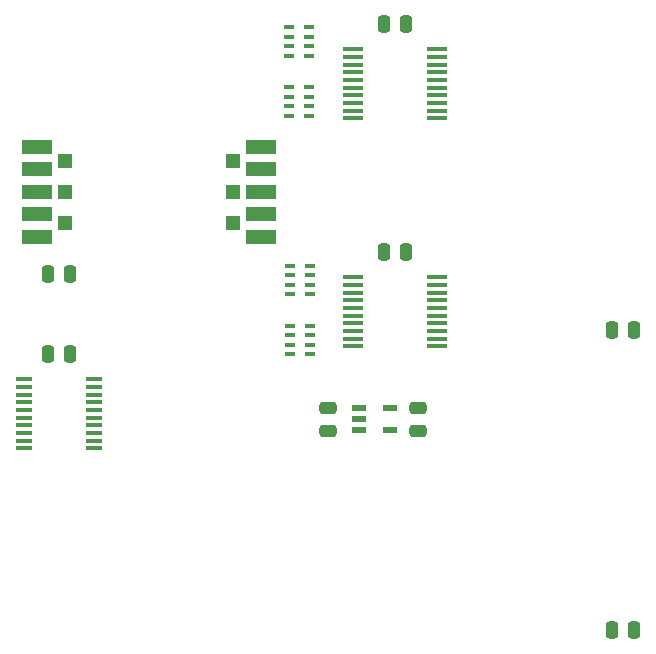
<source format=gtp>
%TF.GenerationSoftware,KiCad,Pcbnew,8.0.7*%
%TF.CreationDate,2025-02-08T22:14:50+02:00*%
%TF.ProjectId,LED Digit Tester,4c454420-4469-4676-9974-205465737465,V0*%
%TF.SameCoordinates,Original*%
%TF.FileFunction,Paste,Top*%
%TF.FilePolarity,Positive*%
%FSLAX46Y46*%
G04 Gerber Fmt 4.6, Leading zero omitted, Abs format (unit mm)*
G04 Created by KiCad (PCBNEW 8.0.7) date 2025-02-08 22:14:50*
%MOMM*%
%LPD*%
G01*
G04 APERTURE LIST*
G04 Aperture macros list*
%AMRoundRect*
0 Rectangle with rounded corners*
0 $1 Rounding radius*
0 $2 $3 $4 $5 $6 $7 $8 $9 X,Y pos of 4 corners*
0 Add a 4 corners polygon primitive as box body*
4,1,4,$2,$3,$4,$5,$6,$7,$8,$9,$2,$3,0*
0 Add four circle primitives for the rounded corners*
1,1,$1+$1,$2,$3*
1,1,$1+$1,$4,$5*
1,1,$1+$1,$6,$7*
1,1,$1+$1,$8,$9*
0 Add four rect primitives between the rounded corners*
20,1,$1+$1,$2,$3,$4,$5,0*
20,1,$1+$1,$4,$5,$6,$7,0*
20,1,$1+$1,$6,$7,$8,$9,0*
20,1,$1+$1,$8,$9,$2,$3,0*%
G04 Aperture macros list end*
%ADD10R,1.800000X0.450000*%
%ADD11R,0.900000X0.450000*%
%ADD12RoundRect,0.250000X0.250000X0.475000X-0.250000X0.475000X-0.250000X-0.475000X0.250000X-0.475000X0*%
%ADD13RoundRect,0.250000X0.475000X-0.250000X0.475000X0.250000X-0.475000X0.250000X-0.475000X-0.250000X0*%
%ADD14R,2.500000X1.200000*%
%ADD15R,1.300000X1.300000*%
%ADD16R,1.150000X0.600000*%
%ADD17RoundRect,0.250000X-0.250000X-0.475000X0.250000X-0.475000X0.250000X0.475000X-0.250000X0.475000X0*%
%ADD18R,1.475000X0.450000*%
G04 APERTURE END LIST*
D10*
%TO.C,IC2*%
X26678000Y24387000D03*
X26678000Y23737000D03*
X26678000Y23087000D03*
X26678000Y22437000D03*
X26678000Y21787000D03*
X26678000Y21137000D03*
X26678000Y20487000D03*
X26678000Y19837000D03*
X26678000Y19187000D03*
X26678000Y18537000D03*
X33778000Y18537000D03*
X33778000Y19187000D03*
X33778000Y19837000D03*
X33778000Y20487000D03*
X33778000Y21137000D03*
X33778000Y21787000D03*
X33778000Y22437000D03*
X33778000Y23087000D03*
X33778000Y23737000D03*
X33778000Y24387000D03*
%TD*%
D11*
%TO.C,RN4*%
X21250000Y45541200D03*
X21250000Y44741200D03*
X21250000Y43941200D03*
X21250000Y43141200D03*
X22950000Y43141200D03*
X22950000Y43941200D03*
X22950000Y44741200D03*
X22950000Y45541200D03*
%TD*%
%TO.C,RN2*%
X21328000Y25348000D03*
X21328000Y24548000D03*
X21328000Y23748000D03*
X21328000Y22948000D03*
X23028000Y22948000D03*
X23028000Y23748000D03*
X23028000Y24548000D03*
X23028000Y25348000D03*
%TD*%
D12*
%TO.C,C5*%
X2712000Y24638000D03*
X812000Y24638000D03*
%TD*%
D13*
%TO.C,C6*%
X24584000Y11382000D03*
X24584000Y13282000D03*
%TD*%
D14*
%TO.C,DS1*%
X18900000Y27822000D03*
X18900000Y29722000D03*
X18900000Y31622000D03*
X18900000Y33522000D03*
X18900000Y35422000D03*
D15*
X16500000Y34222000D03*
X16500000Y31622000D03*
X16500000Y29022000D03*
X2300000Y29022000D03*
X2300000Y31622000D03*
X2300000Y34222000D03*
D14*
X-100000Y35422000D03*
X-100000Y33522000D03*
X-100000Y31622000D03*
X-100000Y29722000D03*
X-100000Y27822000D03*
%TD*%
D13*
%TO.C,C7*%
X32204000Y11382000D03*
X32204000Y13282000D03*
%TD*%
D16*
%TO.C,IC5*%
X27180000Y13334000D03*
X27180000Y12384000D03*
X27180000Y11434000D03*
X29780000Y11434000D03*
X29780000Y13334000D03*
%TD*%
D12*
%TO.C,C4*%
X31162000Y45816000D03*
X29262000Y45816000D03*
%TD*%
D10*
%TO.C,IC4*%
X26678000Y43691000D03*
X26678000Y43041000D03*
X26678000Y42391000D03*
X26678000Y41741000D03*
X26678000Y41091000D03*
X26678000Y40441000D03*
X26678000Y39791000D03*
X26678000Y39141000D03*
X26678000Y38491000D03*
X26678000Y37841000D03*
X33778000Y37841000D03*
X33778000Y38491000D03*
X33778000Y39141000D03*
X33778000Y39791000D03*
X33778000Y40441000D03*
X33778000Y41091000D03*
X33778000Y41741000D03*
X33778000Y42391000D03*
X33778000Y43041000D03*
X33778000Y43691000D03*
%TD*%
D17*
%TO.C,C1*%
X48598000Y19938000D03*
X50498000Y19938000D03*
%TD*%
D18*
%TO.C,IC7*%
X-1158000Y15751000D03*
X-1158000Y15101000D03*
X-1158000Y14451000D03*
X-1158000Y13801000D03*
X-1158000Y13151000D03*
X-1158000Y12501000D03*
X-1158000Y11851000D03*
X-1158000Y11201000D03*
X-1158000Y10551000D03*
X-1158000Y9901000D03*
X4718000Y9901000D03*
X4718000Y10551000D03*
X4718000Y11201000D03*
X4718000Y11851000D03*
X4718000Y12501000D03*
X4718000Y13151000D03*
X4718000Y13801000D03*
X4718000Y14451000D03*
X4718000Y15101000D03*
X4718000Y15751000D03*
%TD*%
D12*
%TO.C,C2*%
X31162000Y26542000D03*
X29262000Y26542000D03*
%TD*%
D11*
%TO.C,RN3*%
X21250000Y40461200D03*
X21250000Y39661200D03*
X21250000Y38861200D03*
X21250000Y38061200D03*
X22950000Y38061200D03*
X22950000Y38861200D03*
X22950000Y39661200D03*
X22950000Y40461200D03*
%TD*%
D12*
%TO.C,C8*%
X2714000Y17906000D03*
X814000Y17906000D03*
%TD*%
D11*
%TO.C,RN1*%
X21328000Y20268000D03*
X21328000Y19468000D03*
X21328000Y18668000D03*
X21328000Y17868000D03*
X23028000Y17868000D03*
X23028000Y18668000D03*
X23028000Y19468000D03*
X23028000Y20268000D03*
%TD*%
D17*
%TO.C,C3*%
X48598000Y-5462000D03*
X50498000Y-5462000D03*
%TD*%
M02*

</source>
